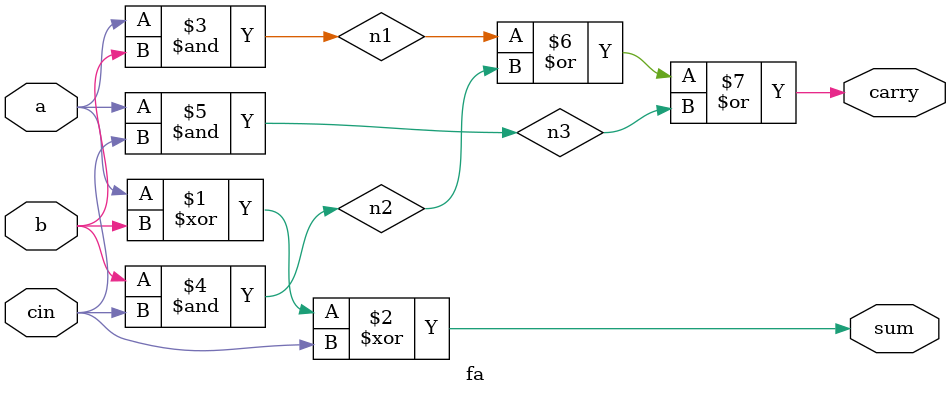
<source format=v>
`timescale 1ns/1ps
module fa(a,b,cin,sum,carry);
  
    output  sum;
    output carry;
    input a,b;
    input cin;
    
    xor u1(sum,a,b,cin);
    and u2(n1,a,b);
    and u3(n2,b,cin);
    and u4(n3,a,cin);
    or u5(carry,n1,n2,n3);
    
endmodule




</source>
